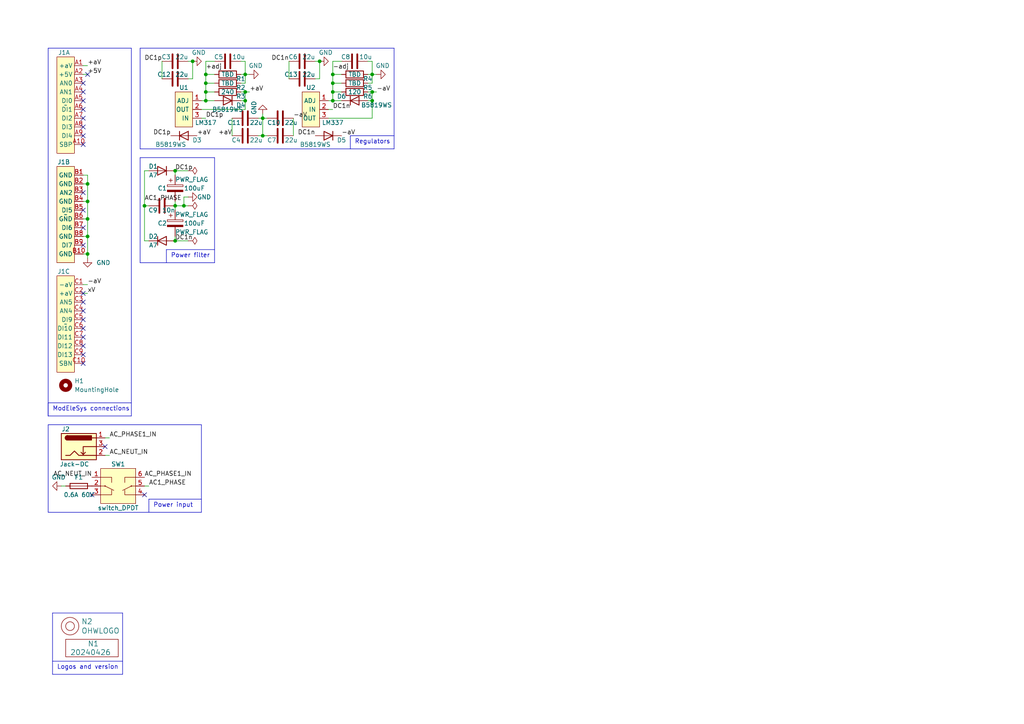
<source format=kicad_sch>
(kicad_sch (version 20231120) (generator "eeschema") (generator_version "8.0")
  (paper "A4")
  (lib_symbols
    (symbol "Connector:Barrel_Jack_Switch" (pin_names hide)
      (property "Reference" "J" (at 0 5.334 0))
      (property "Value" "Barrel_Jack_Switch" (at 0 -5.08 0))
      (symbol "Barrel_Jack_Switch_0_1"
        (rectangle (start -5.08 3.81) (end 5.08 -3.81) (stroke (width 0.254)) (fill (type background)))
        (arc (start -3.302 3.175) (mid -3.9343 2.54) (end -3.302 1.905) (stroke (width 0.254)))
        (arc (start -3.302 3.175) (mid -3.9343 2.54) (end -3.302 1.905) (stroke (width 0.254)) (fill (type outline)))
        (polyline (pts (xy 1.27 -2.286) (xy 1.905 -1.651)) (stroke (width 0.254)))
        (polyline (pts (xy 5.08 2.54) (xy 3.81 2.54)) (stroke (width 0.254)))
        (polyline (pts (xy 5.08 0) (xy 1.27 0) (xy 1.27 -2.286) (xy 0.635 -1.651)) (stroke (width 0.254)))
        (polyline (pts (xy -3.81 -2.54) (xy -2.54 -2.54) (xy -1.27 -1.27) (xy 0 -2.54) (xy 2.54 -2.54) (xy 5.08 -2.54)) (stroke (width 0.254)))
        (rectangle (start 3.683 3.175) (end -3.302 1.905) (stroke (width 0.254)) (fill (type outline)))
      )
      (symbol "Barrel_Jack_Switch_1_1"
        (pin passive line (at 7.62 2.54 180) (length 2.54) (name "~") (number "1"))
        (pin passive line (at 7.62 -2.54 180) (length 2.54) (name "~") (number "2"))
        (pin passive line (at 7.62 0 180) (length 2.54) (name "~") (number "3"))
      )
    )
    (symbol "Device:C" (pin_numbers hide) (pin_names (offset 0.254))
      (property "Reference" "C" (at 0.635 2.54 0))
      (property "Value" "C" (at 0.635 -2.54 0))
      (symbol "C_0_1"
        (polyline (pts (xy -2.032 -0.762) (xy 2.032 -0.762)) (stroke (width 0.508)))
        (polyline (pts (xy -2.032 0.762) (xy 2.032 0.762)) (stroke (width 0.508)))
      )
      (symbol "C_1_1"
        (pin passive line (at 0 3.81 270) (length 2.794) (name "~") (number "1"))
        (pin passive line (at 0 -3.81 90) (length 2.794) (name "~") (number "2"))
      )
    )
    (symbol "Device:C_Polarized" (pin_numbers hide) (pin_names (offset 0.254))
      (property "Reference" "C" (at 0.635 2.54 0))
      (property "Value" "C_Polarized" (at 0.635 -2.54 0))
      (symbol "C_Polarized_0_1"
        (rectangle (start -2.286 0.508) (end 2.286 1.016))
        (polyline (pts (xy -1.778 2.286) (xy -0.762 2.286)))
        (polyline (pts (xy -1.27 2.794) (xy -1.27 1.778)))
        (rectangle (start 2.286 -0.508) (end -2.286 -1.016) (fill (type outline)))
      )
      (symbol "C_Polarized_1_1"
        (pin passive line (at 0 3.81 270) (length 2.794) (name "~") (number "1"))
        (pin passive line (at 0 -3.81 90) (length 2.794) (name "~") (number "2"))
      )
    )
    (symbol "Device:D" (pin_numbers hide) (pin_names (offset 1.016) hide)
      (property "Reference" "D" (at 0 2.54 0))
      (property "Value" "D" (at 0 -2.54 0))
      (symbol "D_0_1"
        (polyline (pts (xy -1.27 1.27) (xy -1.27 -1.27)) (stroke (width 0.254)))
        (polyline (pts (xy 1.27 0) (xy -1.27 0)))
        (polyline (pts (xy 1.27 1.27) (xy 1.27 -1.27) (xy -1.27 0) (xy 1.27 1.27)) (stroke (width 0.254)))
      )
      (symbol "D_1_1"
        (pin passive line (at -3.81 0 0) (length 2.54) (name "K") (number "1"))
        (pin passive line (at 3.81 0 180) (length 2.54) (name "A") (number "2"))
      )
    )
    (symbol "Device:Fuse" (pin_numbers hide) (pin_names (offset 0))
      (property "Reference" "F" (at 2.032 0 90))
      (property "Value" "Fuse" (at -1.905 0 90))
      (symbol "Fuse_0_1"
        (rectangle (start -0.762 -2.54) (end 0.762 2.54) (stroke (width 0.254)))
        (polyline (pts (xy 0 2.54) (xy 0 -2.54)))
      )
      (symbol "Fuse_1_1"
        (pin passive line (at 0 3.81 270) (length 1.27) (name "~") (number "1"))
        (pin passive line (at 0 -3.81 90) (length 1.27) (name "~") (number "2"))
      )
    )
    (symbol "Device:R" (pin_numbers hide) (pin_names (offset 0))
      (property "Reference" "R" (at 2.032 0 90))
      (property "Value" "R" (at 0 0 90))
      (symbol "R_0_1"
        (rectangle (start -1.016 -2.54) (end 1.016 2.54) (stroke (width 0.254)))
      )
      (symbol "R_1_1"
        (pin passive line (at 0 3.81 270) (length 1.27) (name "~") (number "1"))
        (pin passive line (at 0 -3.81 90) (length 1.27) (name "~") (number "2"))
      )
    )
    (symbol "Mechanical:MountingHole" (pin_names (offset 1.016))
      (property "Reference" "H" (at 0 5.08 0))
      (property "Value" "MountingHole" (at 0 3.175 0))
      (symbol "MountingHole_0_1"
        (circle (center 0 0) (radius 1.27) (stroke (width 1.27)))
      )
    )
    (symbol "SquMes_30pin_1"
      (property "Reference" "J" (at 0 15.24 0))
      (symbol "SquMes_30pin_1_1_1"
        (rectangle (start -2.54 13.97) (end 2.54 -13.97) (fill (type background)))
        (pin passive line (at -5.08 11.43 0) (length 2.54) (name "+aV") (number "A1"))
        (pin passive line (at -5.08 -11.43 0) (length 2.54) (name "SBP") (number "A10"))
        (pin passive line (at -5.08 8.89 0) (length 2.54) (name "+5V") (number "A2"))
        (pin passive line (at -5.08 6.35 0) (length 2.54) (name "AN0") (number "A3"))
        (pin passive line (at -5.08 3.81 0) (length 2.54) (name "AN1") (number "A4"))
        (pin passive line (at -5.08 1.27 0) (length 2.54) (name "DI0") (number "A5"))
        (pin passive line (at -5.08 -1.27 0) (length 2.54) (name "DI1") (number "A6"))
        (pin passive line (at -5.08 -3.81 0) (length 2.54) (name "DI2") (number "A7"))
        (pin passive line (at -5.08 -6.35 0) (length 2.54) (name "DI3") (number "A8"))
        (pin passive line (at -5.08 -8.89 0) (length 2.54) (name "DI4") (number "A9"))
      )
      (symbol "SquMes_30pin_1_2_1"
        (rectangle (start -2.54 13.97) (end 2.54 -13.97) (fill (type background)))
        (pin passive line (at -5.08 11.43 0) (length 2.54) (name "GND") (number "B1"))
        (pin passive line (at -5.08 -11.43 0) (length 2.54) (name "GND") (number "B10"))
        (pin passive line (at -5.08 8.89 0) (length 2.54) (name "GND") (number "B2"))
        (pin passive line (at -5.08 6.35 0) (length 2.54) (name "AN2") (number "B3"))
        (pin passive line (at -5.08 3.81 0) (length 2.54) (name "GND") (number "B4"))
        (pin passive line (at -5.08 1.27 0) (length 2.54) (name "DI5") (number "B5"))
        (pin passive line (at -5.08 -1.27 0) (length 2.54) (name "GND") (number "B6"))
        (pin passive line (at -5.08 -3.81 0) (length 2.54) (name "DI6") (number "B7"))
        (pin passive line (at -5.08 -6.35 0) (length 2.54) (name "GND") (number "B8"))
        (pin passive line (at -5.08 -8.89 0) (length 2.54) (name "DI7") (number "B9"))
      )
      (symbol "SquMes_30pin_1_3_1"
        (rectangle (start -2.54 13.97) (end 2.54 -13.97) (fill (type background)))
        (pin passive line (at -5.08 11.43 0) (length 2.54) (name "-aV") (number "C1"))
        (pin passive line (at -5.08 -11.43 0) (length 2.54) (name "SBN") (number "C10"))
        (pin passive line (at -5.08 8.89 0) (length 2.54) (name "+aV") (number "C2"))
        (pin passive line (at -5.08 6.35 0) (length 2.54) (name "AN5") (number "C3"))
        (pin passive line (at -5.08 3.81 0) (length 2.54) (name "AN4") (number "C4"))
        (pin passive line (at -5.08 1.27 0) (length 2.54) (name "DI9") (number "C5"))
        (pin passive line (at -5.08 -1.27 0) (length 2.54) (name "DI10") (number "C6"))
        (pin passive line (at -5.08 -3.81 0) (length 2.54) (name "DI11") (number "C7"))
        (pin passive line (at -5.08 -6.35 0) (length 2.54) (name "DI12") (number "C8"))
        (pin passive line (at -5.08 -8.89 0) (length 2.54) (name "DI13") (number "C9"))
      )
    )
    (symbol "SquMes_30pin_2"
      (property "Reference" "J" (at 0 15.24 0))
      (symbol "SquMes_30pin_2_1_1"
        (rectangle (start -2.54 13.97) (end 2.54 -13.97) (fill (type background)))
        (pin passive line (at -5.08 11.43 0) (length 2.54) (name "+aV") (number "A1"))
        (pin passive line (at -5.08 -11.43 0) (length 2.54) (name "SBP") (number "A10"))
        (pin passive line (at -5.08 8.89 0) (length 2.54) (name "+5V") (number "A2"))
        (pin passive line (at -5.08 6.35 0) (length 2.54) (name "AN0") (number "A3"))
        (pin passive line (at -5.08 3.81 0) (length 2.54) (name "AN1") (number "A4"))
        (pin passive line (at -5.08 1.27 0) (length 2.54) (name "DI0") (number "A5"))
        (pin passive line (at -5.08 -1.27 0) (length 2.54) (name "DI1") (number "A6"))
        (pin passive line (at -5.08 -3.81 0) (length 2.54) (name "DI2") (number "A7"))
        (pin passive line (at -5.08 -6.35 0) (length 2.54) (name "DI3") (number "A8"))
        (pin passive line (at -5.08 -8.89 0) (length 2.54) (name "DI4") (number "A9"))
      )
      (symbol "SquMes_30pin_2_2_1"
        (rectangle (start -2.54 13.97) (end 2.54 -13.97) (fill (type background)))
        (pin passive line (at -5.08 11.43 0) (length 2.54) (name "GND") (number "B1"))
        (pin passive line (at -5.08 -11.43 0) (length 2.54) (name "GND") (number "B10"))
        (pin passive line (at -5.08 8.89 0) (length 2.54) (name "GND") (number "B2"))
        (pin passive line (at -5.08 6.35 0) (length 2.54) (name "AN2") (number "B3"))
        (pin passive line (at -5.08 3.81 0) (length 2.54) (name "GND") (number "B4"))
        (pin passive line (at -5.08 1.27 0) (length 2.54) (name "DI5") (number "B5"))
        (pin passive line (at -5.08 -1.27 0) (length 2.54) (name "GND") (number "B6"))
        (pin passive line (at -5.08 -3.81 0) (length 2.54) (name "DI6") (number "B7"))
        (pin passive line (at -5.08 -6.35 0) (length 2.54) (name "GND") (number "B8"))
        (pin passive line (at -5.08 -8.89 0) (length 2.54) (name "DI7") (number "B9"))
      )
      (symbol "SquMes_30pin_2_3_1"
        (rectangle (start -2.54 13.97) (end 2.54 -13.97) (fill (type background)))
        (pin passive line (at -5.08 11.43 0) (length 2.54) (name "-aV") (number "C1"))
        (pin passive line (at -5.08 -11.43 0) (length 2.54) (name "SBN") (number "C10"))
        (pin passive line (at -5.08 8.89 0) (length 2.54) (name "+aV") (number "C2"))
        (pin passive line (at -5.08 6.35 0) (length 2.54) (name "AN5") (number "C3"))
        (pin passive line (at -5.08 3.81 0) (length 2.54) (name "AN4") (number "C4"))
        (pin passive line (at -5.08 1.27 0) (length 2.54) (name "DI9") (number "C5"))
        (pin passive line (at -5.08 -1.27 0) (length 2.54) (name "DI10") (number "C6"))
        (pin passive line (at -5.08 -3.81 0) (length 2.54) (name "DI11") (number "C7"))
        (pin passive line (at -5.08 -6.35 0) (length 2.54) (name "DI12") (number "C8"))
        (pin passive line (at -5.08 -8.89 0) (length 2.54) (name "DI13") (number "C9"))
      )
    )
    (symbol "SquantorConnectorsNamed:SquMes_30pin"
      (property "Reference" "J" (at 0 15.24 0))
      (symbol "SquMes_30pin_1_1"
        (rectangle (start -2.54 13.97) (end 2.54 -13.97) (fill (type background)))
        (pin passive line (at -5.08 11.43 0) (length 2.54) (name "+aV") (number "A1"))
        (pin passive line (at -5.08 -11.43 0) (length 2.54) (name "SBP") (number "A10"))
        (pin passive line (at -5.08 8.89 0) (length 2.54) (name "+5V") (number "A2"))
        (pin passive line (at -5.08 6.35 0) (length 2.54) (name "AN0") (number "A3"))
        (pin passive line (at -5.08 3.81 0) (length 2.54) (name "AN1") (number "A4"))
        (pin passive line (at -5.08 1.27 0) (length 2.54) (name "DI0") (number "A5"))
        (pin passive line (at -5.08 -1.27 0) (length 2.54) (name "DI1") (number "A6"))
        (pin passive line (at -5.08 -3.81 0) (length 2.54) (name "DI2") (number "A7"))
        (pin passive line (at -5.08 -6.35 0) (length 2.54) (name "DI3") (number "A8"))
        (pin passive line (at -5.08 -8.89 0) (length 2.54) (name "DI4") (number "A9"))
      )
      (symbol "SquMes_30pin_2_1"
        (rectangle (start -2.54 13.97) (end 2.54 -13.97) (fill (type background)))
        (pin passive line (at -5.08 11.43 0) (length 2.54) (name "GND") (number "B1"))
        (pin passive line (at -5.08 -11.43 0) (length 2.54) (name "GND") (number "B10"))
        (pin passive line (at -5.08 8.89 0) (length 2.54) (name "GND") (number "B2"))
        (pin passive line (at -5.08 6.35 0) (length 2.54) (name "AN2") (number "B3"))
        (pin passive line (at -5.08 3.81 0) (length 2.54) (name "GND") (number "B4"))
        (pin passive line (at -5.08 1.27 0) (length 2.54) (name "DI5") (number "B5"))
        (pin passive line (at -5.08 -1.27 0) (length 2.54) (name "GND") (number "B6"))
        (pin passive line (at -5.08 -3.81 0) (length 2.54) (name "DI6") (number "B7"))
        (pin passive line (at -5.08 -6.35 0) (length 2.54) (name "GND") (number "B8"))
        (pin passive line (at -5.08 -8.89 0) (length 2.54) (name "DI7") (number "B9"))
      )
      (symbol "SquMes_30pin_3_1"
        (rectangle (start -2.54 13.97) (end 2.54 -13.97) (fill (type background)))
        (pin passive line (at -5.08 11.43 0) (length 2.54) (name "-aV") (number "C1"))
        (pin passive line (at -5.08 -11.43 0) (length 2.54) (name "SBN") (number "C10"))
        (pin passive line (at -5.08 8.89 0) (length 2.54) (name "+aV") (number "C2"))
        (pin passive line (at -5.08 6.35 0) (length 2.54) (name "AN5") (number "C3"))
        (pin passive line (at -5.08 3.81 0) (length 2.54) (name "AN4") (number "C4"))
        (pin passive line (at -5.08 1.27 0) (length 2.54) (name "DI9") (number "C5"))
        (pin passive line (at -5.08 -1.27 0) (length 2.54) (name "DI10") (number "C6"))
        (pin passive line (at -5.08 -3.81 0) (length 2.54) (name "DI11") (number "C7"))
        (pin passive line (at -5.08 -6.35 0) (length 2.54) (name "DI12") (number "C8"))
        (pin passive line (at -5.08 -8.89 0) (length 2.54) (name "DI13") (number "C9"))
      )
    )
    (symbol "SquantorGenericAnalog:LM317" (pin_names (offset 1.016))
      (property "Reference" "U" (at 0 6.35 0))
      (property "Value" "LM317" (at 0 -6.35 0))
      (symbol "LM317_0_1"
        (polyline (pts (xy -2.54 5.08) (xy -2.54 -5.08) (xy 2.54 -5.08) (xy 2.54 5.08) (xy -2.54 5.08)) (fill (type background)))
      )
      (symbol "LM317_1_1"
        (pin input line (at -5.08 2.54 0) (length 2.54) (name "ADJ") (number "1"))
        (pin power_out line (at -5.08 0 0) (length 2.54) (name "OUT") (number "2"))
        (pin power_in line (at -5.08 -2.54 0) (length 2.54) (name "IN") (number "3"))
      )
    )
    (symbol "SquantorGenericAnalog:LM337" (pin_names (offset 1.016))
      (property "Reference" "U" (at 0 6.35 0))
      (property "Value" "LM337" (at 0 -6.35 0))
      (symbol "LM337_0_1"
        (polyline (pts (xy -2.54 5.08) (xy -2.54 -5.08) (xy 2.54 -5.08) (xy 2.54 5.08) (xy -2.54 5.08)) (fill (type background)))
      )
      (symbol "LM337_1_1"
        (pin input line (at -5.08 2.54 0) (length 2.54) (name "ADJ") (number "1"))
        (pin power_in line (at -5.08 0 0) (length 2.54) (name "IN") (number "2"))
        (pin power_out line (at -5.08 -2.54 0) (length 2.54) (name "OUT") (number "3"))
      )
    )
    (symbol "SquantorLabels:OHWLOGO" (pin_names (offset 1.016))
      (property "Reference" "N" (at 0 3.81 0))
      (property "Value" "OHWLOGO" (at 0 -3.81 0))
      (symbol "OHWLOGO_0_1"
        (circle (center 0 0) (radius 1.27))
        (circle (center 0 0) (radius 2.54))
      )
    )
    (symbol "SquantorLabels:VYYYYMMDD" (pin_names (offset 1.016))
      (property "Reference" "N" (at 0 2.54 0))
      (property "Value" "VYYYYMMDD" (at 0 0 0))
      (symbol "VYYYYMMDD_0_1"
        (rectangle (start 7.62 -1.27) (end -7.62 3.81))
      )
    )
    (symbol "SquantorSwitches:switch_DPDT" (pin_names hide)
      (property "Reference" "SW" (at 0 6.35 0))
      (property "Value" "switch_DPDT" (at 0 -6.35 0))
      (symbol "switch_DPDT_0_1"
        (rectangle (start -5.08 5.08) (end 5.08 -5.08) (fill (type background)))
        (circle (center -3.81 0) (radius 0.127))
        (polyline (pts (xy 4.445 5.08) (xy 4.445 5.08)))
        (polyline (pts (xy -5.08 -2.54) (xy -1.905 -2.54) (xy -1.905 -1.143)))
        (polyline (pts (xy -5.08 0) (xy -3.81 0) (xy -1.27 -1.27)))
        (polyline (pts (xy -5.08 2.54) (xy -1.905 2.54) (xy -1.905 1.016)))
        (polyline (pts (xy 5.08 -2.54) (xy 1.905 -2.54) (xy 1.905 -1.143)))
        (polyline (pts (xy 5.08 0) (xy 3.81 0) (xy 1.27 -1.27)))
        (polyline (pts (xy 5.08 2.54) (xy 1.905 2.54) (xy 1.905 1.016)))
        (circle (center 3.81 0) (radius 0.127))
        (rectangle (start 5.08 5.08) (end 5.08 5.08) (fill (type background)))
      )
      (symbol "switch_DPDT_1_1"
        (pin passive line (at -7.62 2.54 0) (length 2.54) (name "SW1_P1") (number "1"))
        (pin passive line (at -7.62 0 0) (length 2.54) (name "SW1_C1") (number "2"))
        (pin passive line (at -7.62 -2.54 0) (length 2.54) (name "SW1_P2") (number "3"))
        (pin passive line (at 7.62 -2.54 180) (length 2.54) (name "SW2_P2") (number "4"))
        (pin passive line (at 7.62 0 180) (length 2.54) (name "SW2_C1") (number "5"))
        (pin passive line (at 7.62 2.54 180) (length 2.54) (name "SW2_P2") (number "6"))
      )
    )
    (symbol "power:GND" (power) (pin_names (offset 0))
      (property "Value" "GND" (at 0 -3.81 0))
      (symbol "GND_0_1"
        (polyline (pts (xy 0 0) (xy 0 -1.27) (xy 1.27 -1.27) (xy 0 -2.54) (xy -1.27 -1.27) (xy 0 -1.27)))
      )
      (symbol "GND_1_1"
        (pin power_in line (at 0 0 270) (length 0) hide (name "GND") (number "1"))
      )
    )
    (symbol "power:PWR_FLAG" (power) (pin_numbers hide) (pin_names (offset 0) hide)
      (property "Value" "PWR_FLAG" (at 0 3.81 0))
      (symbol "PWR_FLAG_0_0"
        (pin power_out line (at 0 0 90) (length 0) (name "pwr") (number "1"))
      )
      (symbol "PWR_FLAG_0_1"
        (polyline (pts (xy 0 0) (xy 0 1.27) (xy -1.016 1.905) (xy 0 2.54) (xy 1.016 1.905) (xy 0 1.27)))
      )
    )
  )
  (junction (at 71.12 26.67))
  (junction (at 71.12 21.59))
  (junction (at 76.2 39.37))
  (junction (at 25.4 53.34))
  (junction (at 96.52 26.67))
  (junction (at 107.95 21.59))
  (junction (at 25.4 58.42))
  (junction (at 59.69 24.13))
  (junction (at 50.8 59.69))
  (junction (at 50.8 49.53))
  (junction (at 92.71 17.78))
  (junction (at 53.34 59.69))
  (junction (at 76.2 34.29))
  (junction (at 107.95 26.67))
  (junction (at 41.91 59.69))
  (junction (at 96.52 21.59))
  (junction (at 107.95 29.21))
  (junction (at 25.4 68.58))
  (junction (at 55.88 17.78))
  (junction (at 96.52 29.21))
  (junction (at 71.12 29.21))
  (junction (at 59.69 21.59))
  (junction (at 50.8 69.85))
  (junction (at 96.52 24.13))
  (junction (at 25.4 73.66))
  (junction (at 59.69 26.67))
  (junction (at 59.69 29.21))
  (junction (at 25.4 63.5))
  (no_connect (at 24.13 60.96))
  (no_connect (at 24.13 34.29))
  (no_connect (at 24.13 36.83))
  (no_connect (at 24.13 29.21))
  (no_connect (at 24.13 41.91))
  (no_connect (at 24.13 31.75))
  (no_connect (at 24.13 24.13))
  (no_connect (at 24.13 55.88))
  (no_connect (at 24.13 66.04))
  (no_connect (at 30.48 129.54))
  (no_connect (at 24.13 100.33))
  (no_connect (at 24.13 97.79))
  (no_connect (at 24.13 95.25))
  (no_connect (at 24.13 26.67))
  (no_connect (at 25.4 21.59))
  (no_connect (at 41.91 143.51))
  (no_connect (at 24.13 90.17))
  (no_connect (at 24.13 71.12))
  (no_connect (at 24.13 105.41))
  (no_connect (at 24.13 39.37))
  (no_connect (at 24.13 92.71))
  (no_connect (at 26.67 143.51))
  (no_connect (at 24.13 87.63))
  (no_connect (at 24.13 102.87))
  (no_connect (at 24.13 85.09))
  (polyline (pts (xy 13.97 116.84) (xy 13.97 120.65)))
  (polyline (pts (xy 62.23 45.72) (xy 40.64 45.72)))
  (wire (pts (xy 71.12 21.59) (xy 71.12 17.78)))
  (polyline (pts (xy 40.64 43.18) (xy 40.64 13.97)))
  (wire (pts (xy 96.52 17.78) (xy 96.52 21.59)))
  (wire (pts (xy 50.8 59.69) (xy 53.34 59.69)))
  (wire (pts (xy 59.69 26.67) (xy 62.23 26.67)))
  (wire (pts (xy 76.2 34.29) (xy 77.47 34.29)))
  (wire (pts (xy 92.71 22.86) (xy 91.44 22.86)))
  (wire (pts (xy 69.85 26.67) (xy 71.12 26.67)))
  (wire (pts (xy 62.23 29.21) (xy 59.69 29.21)))
  (wire (pts (xy 95.25 31.75) (xy 96.52 31.75)))
  (polyline (pts (xy 40.64 76.2) (xy 62.23 76.2)))
  (wire (pts (xy 50.8 49.53) (xy 50.8 50.8)))
  (wire (pts (xy 107.95 17.78) (xy 106.68 17.78)))
  (wire (pts (xy 71.12 17.78) (xy 69.85 17.78)))
  (wire (pts (xy 54.61 17.78) (xy 55.88 17.78)))
  (wire (pts (xy 24.13 21.59) (xy 25.4 21.59)))
  (wire (pts (xy 50.8 58.42) (xy 50.8 59.69)))
  (polyline (pts (xy 58.42 123.19) (xy 13.97 123.19)))
  (wire (pts (xy 96.52 24.13) (xy 96.52 26.67)))
  (wire (pts (xy 50.8 59.69) (xy 50.8 60.96)))
  (polyline (pts (xy 15.24 177.8) (xy 15.24 195.58)))
  (wire (pts (xy 50.8 68.58) (xy 50.8 69.85)))
  (wire (pts (xy 25.4 73.66) (xy 25.4 74.93)))
  (polyline (pts (xy 35.56 177.8) (xy 15.24 177.8)))
  (wire (pts (xy 74.93 34.29) (xy 76.2 34.29)))
  (wire (pts (xy 24.13 73.66) (xy 25.4 73.66)))
  (wire (pts (xy 25.4 68.58) (xy 25.4 73.66)))
  (polyline (pts (xy 62.23 76.2) (xy 62.23 45.72)))
  (wire (pts (xy 41.91 69.85) (xy 43.18 69.85)))
  (polyline (pts (xy 38.1 120.65) (xy 38.1 13.97)))
  (wire (pts (xy 107.95 26.67) (xy 109.22 26.67)))
  (wire (pts (xy 41.91 59.69) (xy 41.91 69.85)))
  (polyline (pts (xy 58.42 144.78) (xy 43.18 144.78)))
  (wire (pts (xy 59.69 17.78) (xy 59.69 21.59)))
  (wire (pts (xy 69.85 29.21) (xy 71.12 29.21)))
  (polyline (pts (xy 114.3 39.37) (xy 101.6 39.37)))
  (wire (pts (xy 41.91 49.53) (xy 41.91 59.69)))
  (wire (pts (xy 106.68 26.67) (xy 107.95 26.67)))
  (wire (pts (xy 62.23 17.78) (xy 59.69 17.78)))
  (wire (pts (xy 59.69 29.21) (xy 59.69 26.67)))
  (wire (pts (xy 62.23 21.59) (xy 59.69 21.59)))
  (wire (pts (xy 24.13 19.05) (xy 25.4 19.05)))
  (wire (pts (xy 25.4 53.34) (xy 25.4 58.42)))
  (wire (pts (xy 25.4 63.5) (xy 25.4 68.58)))
  (polyline (pts (xy 13.97 120.65) (xy 38.1 120.65)))
  (wire (pts (xy 71.12 29.21) (xy 71.12 31.75)))
  (polyline (pts (xy 43.18 144.78) (xy 43.18 148.59)))
  (wire (pts (xy 24.13 85.09) (xy 25.4 85.09)))
  (wire (pts (xy 46.99 17.78) (xy 46.99 22.86)))
  (wire (pts (xy 92.71 17.78) (xy 92.71 22.86)))
  (wire (pts (xy 58.42 29.21) (xy 59.69 29.21)))
  (wire (pts (xy 30.48 127) (xy 31.75 127)))
  (polyline (pts (xy 40.64 45.72) (xy 40.64 76.2)))
  (polyline (pts (xy 114.3 13.97) (xy 114.3 43.18)))
  (wire (pts (xy 71.12 26.67) (xy 72.39 26.67)))
  (wire (pts (xy 59.69 24.13) (xy 59.69 26.67)))
  (wire (pts (xy 76.2 33.02) (xy 76.2 34.29)))
  (wire (pts (xy 24.13 58.42) (xy 25.4 58.42)))
  (wire (pts (xy 69.85 24.13) (xy 71.12 24.13)))
  (wire (pts (xy 24.13 50.8) (xy 25.4 50.8)))
  (wire (pts (xy 50.8 69.85) (xy 54.61 69.85)))
  (wire (pts (xy 25.4 58.42) (xy 25.4 63.5)))
  (wire (pts (xy 107.95 21.59) (xy 107.95 17.78)))
  (wire (pts (xy 71.12 29.21) (xy 71.12 26.67)))
  (wire (pts (xy 99.06 21.59) (xy 96.52 21.59)))
  (polyline (pts (xy 101.6 39.37) (xy 101.6 43.18)))
  (wire (pts (xy 96.52 24.13) (xy 99.06 24.13)))
  (polyline (pts (xy 38.1 116.84) (xy 13.97 116.84)))
  (wire (pts (xy 30.48 132.08) (xy 31.75 132.08)))
  (wire (pts (xy 107.95 24.13) (xy 107.95 21.59)))
  (wire (pts (xy 24.13 68.58) (xy 25.4 68.58)))
  (wire (pts (xy 95.25 29.21) (xy 96.52 29.21)))
  (wire (pts (xy 83.82 17.78) (xy 83.82 22.86)))
  (wire (pts (xy 54.61 57.15) (xy 53.34 57.15)))
  (wire (pts (xy 25.4 50.8) (xy 25.4 53.34)))
  (wire (pts (xy 41.91 140.97) (xy 43.18 140.97)))
  (wire (pts (xy 58.42 31.75) (xy 71.12 31.75)))
  (wire (pts (xy 106.68 24.13) (xy 107.95 24.13)))
  (wire (pts (xy 95.25 34.29) (xy 107.95 34.29)))
  (wire (pts (xy 55.88 22.86) (xy 54.61 22.86)))
  (polyline (pts (xy 40.64 13.97) (xy 114.3 13.97)))
  (wire (pts (xy 91.44 17.78) (xy 92.71 17.78)))
  (polyline (pts (xy 58.42 148.59) (xy 58.42 123.19)))
  (wire (pts (xy 96.52 21.59) (xy 96.52 24.13)))
  (wire (pts (xy 99.06 17.78) (xy 96.52 17.78)))
  (polyline (pts (xy 35.56 195.58) (xy 35.56 177.8)))
  (polyline (pts (xy 15.24 195.58) (xy 35.56 195.58)))
  (polyline (pts (xy 13.97 13.97) (xy 13.97 120.65)))
  (wire (pts (xy 50.8 49.53) (xy 54.61 49.53)))
  (polyline (pts (xy 13.97 123.19) (xy 13.97 148.59)))
  (wire (pts (xy 107.95 29.21) (xy 107.95 26.67)))
  (polyline (pts (xy 114.3 43.18) (xy 40.64 43.18)))
  (wire (pts (xy 59.69 21.59) (xy 59.69 24.13)))
  (wire (pts (xy 76.2 39.37) (xy 77.47 39.37)))
  (wire (pts (xy 71.12 24.13) (xy 71.12 21.59)))
  (wire (pts (xy 106.68 21.59) (xy 107.95 21.59)))
  (wire (pts (xy 85.09 34.29) (xy 85.09 39.37)))
  (wire (pts (xy 24.13 63.5) (xy 25.4 63.5)))
  (wire (pts (xy 24.13 53.34) (xy 25.4 53.34)))
  (wire (pts (xy 76.2 34.29) (xy 76.2 39.37)))
  (wire (pts (xy 41.91 49.53) (xy 43.18 49.53)))
  (wire (pts (xy 107.95 29.21) (xy 107.95 34.29)))
  (wire (pts (xy 58.42 34.29) (xy 59.69 34.29)))
  (wire (pts (xy 96.52 26.67) (xy 99.06 26.67)))
  (polyline (pts (xy 48.26 72.39) (xy 48.26 76.2)))
  (wire (pts (xy 41.91 59.69) (xy 43.18 59.69)))
  (wire (pts (xy 53.34 59.69) (xy 54.61 59.69)))
  (wire (pts (xy 71.12 21.59) (xy 72.39 21.59)))
  (wire (pts (xy 24.13 82.55) (xy 25.4 82.55)))
  (wire (pts (xy 55.88 17.78) (xy 55.88 22.86)))
  (wire (pts (xy 96.52 29.21) (xy 96.52 26.67)))
  (wire (pts (xy 74.93 39.37) (xy 76.2 39.37)))
  (wire (pts (xy 106.68 29.21) (xy 107.95 29.21)))
  (wire (pts (xy 99.06 29.21) (xy 96.52 29.21)))
  (polyline (pts (xy 62.23 72.39) (xy 48.26 72.39)))
  (polyline (pts (xy 13.97 148.59) (xy 58.42 148.59)))
  (wire (pts (xy 107.95 21.59) (xy 109.22 21.59)))
  (polyline (pts (xy 15.24 191.77) (xy 35.56 191.77)))
  (wire (pts (xy 67.31 34.29) (xy 67.31 39.37)))
  (polyline (pts (xy 38.1 13.97) (xy 13.97 13.97)))
  (wire (pts (xy 69.85 21.59) (xy 71.12 21.59)))
  (wire (pts (xy 59.69 24.13) (xy 62.23 24.13)))
  (wire (pts (xy 53.34 57.15) (xy 53.34 59.69)))
  (wire (pts (xy 19.05 140.97) (xy 17.78 140.97)))
  (text "ModEleSys connections" (at 15.24 119.38 0) (effects (font (size 1.27 1.27)) (justify left bottom)))
  (text "Logos and version" (at 16.51 194.31 0) (effects (font (size 1.27 1.27)) (justify left bottom)))
  (text "Power filter" (at 49.53 74.93 0) (effects (font (size 1.27 1.27)) (justify left bottom)))
  (text "Power input" (at 44.45 147.32 0) (effects (font (size 1.27 1.27)) (justify left bottom)))
  (text "Regulators" (at 102.87 41.91 0) (effects (font (size 1.27 1.27)) (justify left bottom)))
  (label "+aV" (at 25.4 19.05 0))
  (label "+aV" (at 72.39 26.67 0))
  (label "AC_NEUT_IN" (at 26.67 138.43 180))
  (label "DC1p" (at 50.8 49.53 0))
  (label "DC1p" (at 59.69 34.29 0))
  (label "AC1_PHASE" (at 41.91 58.42 0))
  (label "DC1n" (at 96.52 31.75 0))
  (label "+5V" (at 25.4 21.59 0))
  (label "-aV" (at 109.22 26.67 0))
  (label "DC1p" (at 49.53 39.37 180))
  (label "DC1n" (at 83.82 17.78 180))
  (label "+aV" (at 57.15 39.37 0))
  (label "+adj" (at 59.69 20.32 0))
  (label "DC1n" (at 91.44 39.37 180))
  (label "+aV" (at 67.31 39.37 180))
  (label "DC1p" (at 46.99 17.78 180))
  (label "xV" (at 25.4 85.09 0))
  (label "DC1n" (at 50.8 69.85 0))
  (label "AC_PHASE1_IN" (at 31.75 127 0))
  (label "AC_NEUT_IN" (at 31.75 132.08 0))
  (label "-aV" (at 85.09 34.29 0))
  (label "AC1_PHASE" (at 43.18 140.97 0))
  (label "AC_PHASE1_IN" (at 41.91 138.43 0))
  (label "-adj" (at 96.52 20.32 0))
  (label "-aV" (at 25.4 82.55 0))
  (label "-aV" (at 99.06 39.37 0))
  (symbol (lib_id "SquantorLabels:VYYYYMMDD") (at 26.67 189.23 0) (unit 1)
    (property "Reference" "N1" (at 25.4 186.69 0) (effects (font (size 1.524 1.524)) (justify left)))
    (property "Value" "20240426" (at 20.32 189.23 0) (effects (font (size 1.524 1.524)) (justify left)))
    (property "Footprint" "SquantorLabels:Label_Generic" (effects (hide yes)))
  )
  (symbol (lib_id "SquantorLabels:OHWLOGO") (at 20.32 181.61 0) (unit 1)
    (property "Reference" "N2" (at 23.5712 180.2638 0) (effects (font (size 1.524 1.524)) (justify left)))
    (property "Value" "OHWLOGO" (at 23.5712 182.9562 0) (effects (font (size 1.524 1.524)) (justify left)))
    (property "Footprint" "Symbol:OSHW-Symbol_6.7x6mm_SilkScreen" (effects (hide yes)))
  )
  (symbol (lib_id "power:GND") (at 72.39 21.59 90) (unit 1)
    (property "Reference" "#PWR05" (effects (hide yes)))
    (property "Value" "GND" (at 76.2 19.05 90) (effects (justify left)))
  )
  (symbol (lib_id "Device:D") (at 66.04 29.21 180) (unit 1)
    (property "Reference" "D4" (at 69.85 30.48 0))
    (property "Value" "B5819WS" (at 66.04 31.75 0))
    (property "Footprint" "SquantorDiodes:SOD-323-nexperia-hand" (effects (hide yes)))
    (property "Sim.Device" "D" (effects (hide yes)))
    (property "Sim.Pins" "1=K 2=A" (effects (hide yes)))
  )
  (symbol (lib_id "SquantorConnectorsNamed:SquMes_30pin") (at 19.05 93.98 0) (mirror y) (unit 3)
    (property "Reference" "J1" (at 20.32 78.74 0) (effects (justify left)))
    (property "Value" "~" (at 19.05 93.98 0))
    (property "Footprint" "SquantorConnectors:DIN41612_R3_3x10_Male_Vertical_THT" (effects (hide yes)))
  )
  (symbol (lib_id "Device:C") (at 71.12 34.29 90) (unit 1)
    (property "Reference" "C11" (at 69.85 35.56 90) (effects (justify left)))
    (property "Value" "22u" (at 76.2 35.56 90) (effects (justify left)))
    (property "Footprint" "SquantorCapacitor:C_1206_0805" (effects (hide yes)))
  )
  (symbol (lib_id "power:GND") (at 92.71 17.78 90) (unit 1)
    (property "Reference" "#PWR06" (effects (hide yes)))
    (property "Value" "GND" (at 96.52 15.24 90) (effects (justify left)))
  )
  (symbol (lib_id "SquantorGenericAnalog:LM337") (at 90.17 31.75 0) (mirror y) (unit 1)
    (property "Reference" "U2" (at 90.17 25.4 0))
    (property "Value" "LM337" (at 96.52 35.56 0))
    (property "Footprint" "SquantorIC:TO-252_D-PAK_IRF" (effects (hide yes)))
  )
  (symbol (lib_id "Device:R") (at 102.87 21.59 90) (unit 1)
    (property "Reference" "R4" (at 106.68 22.86 90))
    (property "Value" "TBD" (at 102.87 21.59 90))
    (property "Footprint" "SquantorResistor:R_0805+0603" (effects (hide yes)))
  )
  (symbol (lib_id "Device:R") (at 66.04 21.59 90) (unit 1)
    (property "Reference" "R1" (at 69.85 22.86 90))
    (property "Value" "TBD" (at 66.04 21.59 90))
    (property "Footprint" "SquantorResistor:R_0805+0603" (effects (hide yes)))
  )
  (symbol (lib_id "Device:C") (at 50.8 17.78 90) (unit 1)
    (property "Reference" "C3" (at 49.53 16.51 90) (effects (justify left)))
    (property "Value" "22u" (at 54.61 16.51 90) (effects (justify left)))
    (property "Footprint" "SquantorCapacitor:C_1206_0805" (effects (hide yes)))
  )
  (symbol (lib_id "Device:D") (at 102.87 29.21 0) (unit 1)
    (property "Reference" "D6" (at 99.06 27.94 0))
    (property "Value" "B5819WS" (at 109.22 30.48 0))
    (property "Footprint" "SquantorDiodes:SOD-323-nexperia-hand" (effects (hide yes)))
    (property "Sim.Device" "D" (effects (hide yes)))
    (property "Sim.Pins" "1=K 2=A" (effects (hide yes)))
  )
  (symbol (lib_id "Device:C") (at 102.87 17.78 90) (unit 1)
    (property "Reference" "C8" (at 101.6 16.51 90) (effects (justify left)))
    (property "Value" "10u" (at 107.95 16.51 90) (effects (justify left)))
    (property "Footprint" "SquantorCapacitor:C_0805+0603" (effects (hide yes)))
  )
  (symbol (lib_id "Device:D") (at 95.25 39.37 180) (unit 1)
    (property "Reference" "D5" (at 99.06 40.64 0))
    (property "Value" "B5819WS" (at 91.44 41.91 0))
    (property "Footprint" "SquantorDiodes:SOD-323-nexperia-hand" (effects (hide yes)))
    (property "Sim.Device" "D" (effects (hide yes)))
    (property "Sim.Pins" "1=K 2=A" (effects (hide yes)))
  )
  (symbol (lib_id "Device:R") (at 102.87 26.67 90) (unit 1)
    (property "Reference" "R6" (at 106.68 27.94 90))
    (property "Value" "120" (at 102.87 26.67 90))
    (property "Footprint" "SquantorResistor:R_0805+0603" (effects (hide yes)))
  )
  (symbol (lib_id "SquantorSwitches:switch_DPDT") (at 34.29 140.97 0) (unit 1)
    (property "Reference" "SW1" (at 34.29 134.62 0))
    (property "Value" "switch_DPDT" (at 34.29 147.32 0))
    (property "Footprint" "SquantorSwitches:PS-22F02" (effects (hide yes)))
  )
  (symbol (lib_id "power:PWR_FLAG") (at 54.61 59.69 270) (unit 1)
    (property "Reference" "#FLG03" (effects (hide yes)))
    (property "Value" "PWR_FLAG" (at 50.8 62.23 90) (effects (justify left)))
  )
  (symbol (lib_id "Device:C") (at 87.63 22.86 90) (unit 1)
    (property "Reference" "C13" (at 86.36 21.59 90) (effects (justify left)))
    (property "Value" "22u" (at 91.44 21.59 90) (effects (justify left)))
    (property "Footprint" "SquantorCapacitor:C_1206_0805" (effects (hide yes)))
  )
  (symbol (lib_id "power:GND") (at 76.2 33.02 180) (unit 1)
    (property "Reference" "#PWR04" (effects (hide yes)))
    (property "Value" "GND" (at 73.66 29.21 90) (effects (justify left)))
  )
  (symbol (lib_id "Device:R") (at 102.87 24.13 90) (unit 1)
    (property "Reference" "R5" (at 106.68 25.4 90))
    (property "Value" "TBD" (at 102.87 24.13 90))
    (property "Footprint" "SquantorResistor:R_0805+0603" (effects (hide yes)))
  )
  (symbol (lib_id "power:PWR_FLAG") (at 54.61 49.53 270) (unit 1)
    (property "Reference" "#FLG01" (effects (hide yes)))
    (property "Value" "PWR_FLAG" (at 50.8 52.07 90) (effects (justify left)))
  )
  (symbol (lib_id "Device:C") (at 46.99 59.69 90) (unit 1)
    (property "Reference" "C9" (at 45.72 60.96 90) (effects (justify left)))
    (property "Value" "10n" (at 50.8 60.96 90) (effects (justify left)))
    (property "Footprint" "SquantorCapacitor:C_0805+0603" (effects (hide yes)))
  )
  (symbol (lib_name "SquMes_30pin_2") (lib_id "SquantorConnectorsNamed:SquMes_30pin") (at 19.05 62.23 0) (mirror y) (unit 2)
    (property "Reference" "J1" (at 20.32 46.99 0) (effects (justify left)))
    (property "Value" "~" (at 19.05 62.23 0))
    (property "Footprint" "SquantorConnectors:DIN41612_R3_3x10_Male_Vertical_THT" (effects (hide yes)))
  )
  (symbol (lib_id "Device:C") (at 81.28 34.29 270) (unit 1)
    (property "Reference" "C10" (at 77.47 35.56 90) (effects (justify left)))
    (property "Value" "22u" (at 82.55 35.56 90) (effects (justify left)))
    (property "Footprint" "SquantorCapacitor:C_1206_0805" (effects (hide yes)))
  )
  (symbol (lib_id "Device:R") (at 66.04 26.67 90) (unit 1)
    (property "Reference" "R3" (at 69.85 27.94 90))
    (property "Value" "240" (at 66.04 26.67 90))
    (property "Footprint" "SquantorResistor:R_0805+0603" (effects (hide yes)))
  )
  (symbol (lib_id "Device:C") (at 87.63 17.78 90) (unit 1)
    (property "Reference" "C6" (at 86.36 16.51 90) (effects (justify left)))
    (property "Value" "22u" (at 91.44 16.51 90) (effects (justify left)))
    (property "Footprint" "SquantorCapacitor:C_1206_0805" (effects (hide yes)))
  )
  (symbol (lib_id "Device:C") (at 50.8 22.86 90) (unit 1)
    (property "Reference" "C12" (at 49.53 21.59 90) (effects (justify left)))
    (property "Value" "22u" (at 54.61 21.59 90) (effects (justify left)))
    (property "Footprint" "SquantorCapacitor:C_1206_0805" (effects (hide yes)))
  )
  (symbol (lib_id "Device:C") (at 71.12 39.37 90) (unit 1)
    (property "Reference" "C4" (at 69.85 40.64 90) (effects (justify left)))
    (property "Value" "22u" (at 76.2 40.64 90) (effects (justify left)))
    (property "Footprint" "SquantorCapacitor:C_1206_0805" (effects (hide yes)))
  )
  (symbol (lib_id "power:GND") (at 55.88 17.78 90) (unit 1)
    (property "Reference" "#PWR03" (effects (hide yes)))
    (property "Value" "GND" (at 59.69 15.24 90) (effects (justify left)))
  )
  (symbol (lib_id "Device:C_Polarized") (at 50.8 54.61 0) (unit 1)
    (property "Reference" "C1" (at 45.72 54.61 0) (effects (justify left)))
    (property "Value" "100uF" (at 53.34 54.61 0) (effects (justify left)))
    (property "Footprint" "SquantorCapacitor:C-050-100-elco-lying" (effects (hide yes)))
  )
  (symbol (lib_id "power:PWR_FLAG") (at 54.61 69.85 270) (unit 1)
    (property "Reference" "#FLG02" (effects (hide yes)))
    (property "Value" "PWR_FLAG" (at 50.8 67.31 90) (effects (justify left)))
  )
  (symbol (lib_name "SquMes_30pin_1") (lib_id "SquantorConnectorsNamed:SquMes_30pin") (at 19.05 30.48 0) (mirror y) (unit 1)
    (property "Reference" "J1" (at 20.32 15.24 0) (effects (justify left)))
    (property "Value" "~" (at 19.05 30.48 0))
    (property "Footprint" "SquantorConnectors:DIN41612_R3_3x10_Male_Vertical_THT" (effects (hide yes)))
  )
  (symbol (lib_id "Connector:Barrel_Jack_Switch") (at 22.86 129.54 0) (unit 1)
    (property "Reference" "J2" (at 19.05 124.46 0))
    (property "Value" "Jack-DC" (at 21.59 134.62 0))
    (property "Footprint" "SquantorConnectors:BarrelJack_Horizontal_Holed" (effects (hide yes)))
  )
  (symbol (lib_id "power:GND") (at 25.4 74.93 0) (unit 1)
    (property "Reference" "#PWR0104" (effects (hide yes)))
    (property "Value" "GND" (at 27.94 76.2 0) (effects (justify left)))
  )
  (symbol (lib_id "Device:D") (at 46.99 49.53 180) (unit 1)
    (property "Reference" "D1" (at 44.45 48.26 0))
    (property "Value" "A7" (at 44.45 50.8 0))
    (property "Footprint" "SquantorDiodes:SOD-123F-hand" (effects (hide yes)))
    (property "Sim.Device" "D" (effects (hide yes)))
    (property "Sim.Pins" "1=K 2=A" (effects (hide yes)))
  )
  (symbol (lib_id "power:GND") (at 54.61 57.15 90) (mirror x) (unit 1)
    (property "Reference" "#PWR02" (effects (hide yes)))
    (property "Value" "GND" (at 57.15 57.15 90) (effects (justify right)))
  )
  (symbol (lib_id "Device:C") (at 81.28 39.37 270) (unit 1)
    (property "Reference" "C7" (at 77.47 40.64 90) (effects (justify left)))
    (property "Value" "22u" (at 82.55 40.64 90) (effects (justify left)))
    (property "Footprint" "SquantorCapacitor:C_1206_0805" (effects (hide yes)))
  )
  (symbol (lib_id "Device:C_Polarized") (at 50.8 64.77 0) (unit 1)
    (property "Reference" "C2" (at 45.72 64.77 0) (effects (justify left)))
    (property "Value" "100uF" (at 53.34 64.77 0) (effects (justify left)))
    (property "Footprint" "SquantorCapacitor:C-050-100-elco-lying" (effects (hide yes)))
  )
  (symbol (lib_id "Device:Fuse") (at 22.86 140.97 270) (unit 1)
    (property "Reference" "F1" (at 22.86 138.43 90))
    (property "Value" "0.6A 60V" (at 22.86 143.51 90))
    (property "Footprint" "SquantorRcl:F_1812-bourns" (effects (hide yes)))
  )
  (symbol (lib_id "Device:R") (at 66.04 24.13 90) (unit 1)
    (property "Reference" "R2" (at 69.85 25.4 90))
    (property "Value" "TBD" (at 66.04 24.13 90))
    (property "Footprint" "SquantorResistor:R_0805+0603" (effects (hide yes)))
  )
  (symbol (lib_id "power:GND") (at 109.22 21.59 90) (unit 1)
    (property "Reference" "#PWR08" (effects (hide yes)))
    (property "Value" "GND" (at 113.03 19.05 90) (effects (justify left)))
  )
  (symbol (lib_id "Device:D") (at 53.34 39.37 0) (unit 1)
    (property "Reference" "D3" (at 57.15 40.64 0))
    (property "Value" "B5819WS" (at 49.53 41.91 0))
    (property "Footprint" "SquantorDiodes:SOD-323-nexperia-hand" (effects (hide yes)))
    (property "Sim.Device" "D" (effects (hide yes)))
    (property "Sim.Pins" "1=K 2=A" (effects (hide yes)))
  )
  (symbol (lib_id "Mechanical:MountingHole") (at 19.05 111.76 0) (unit 1)
    (property "Reference" "H1" (at 21.59 110.49 0) (effects (justify left)))
    (property "Value" "MountingHole" (at 21.59 113.03 0) (effects (justify left)))
    (property "Footprint" "SquantorPcbOutline:MountingHole_3.2mm_M3_Pad_Via" (effects (hide yes)))
  )
  (symbol (lib_id "power:GND") (at 17.78 140.97 270) (unit 1)
    (property "Reference" "#PWR01" (effects (hide yes)))
    (property "Value" "GND" (at 19.05 138.43 90) (effects (justify right)))
  )
  (symbol (lib_id "SquantorGenericAnalog:LM317") (at 53.34 31.75 0) (mirror y) (unit 1)
    (property "Reference" "U1" (at 53.34 25.4 0))
    (property "Value" "LM317" (at 59.69 35.56 0))
    (property "Footprint" "SquantorIC:TO-252_D-PAK_IRF" (effects (hide yes)))
  )
  (symbol (lib_id "Device:C") (at 66.04 17.78 90) (unit 1)
    (property "Reference" "C5" (at 64.77 16.51 90) (effects (justify left)))
    (property "Value" "10u" (at 71.12 16.51 90) (effects (justify left)))
    (property "Footprint" "SquantorCapacitor:C_0805+0603" (effects (hide yes)))
  )
  (symbol (lib_id "Device:D") (at 46.99 69.85 0) (unit 1)
    (property "Reference" "D2" (at 44.45 68.58 0))
    (property "Value" "A7" (at 44.45 71.12 0))
    (property "Footprint" "SquantorDiodes:SOD-123F-hand" (effects (hide yes)))
    (property "Sim.Device" "D" (effects (hide yes)))
    (property "Sim.Pins" "1=K 2=A" (effects (hide yes)))
  )
)
</source>
